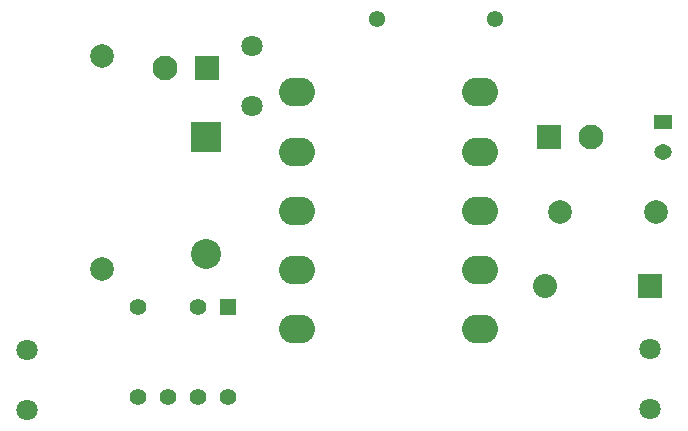
<source format=gbr>
%TF.GenerationSoftware,Altium Limited,Altium Designer,23.2.1 (34)*%
G04 Layer_Color=255*
%FSLAX45Y45*%
%MOMM*%
%TF.SameCoordinates,76BEBE9A-6656-4806-BAFE-41FAB228EB9C*%
%TF.FilePolarity,Positive*%
%TF.FileFunction,Pads,Top*%
%TF.Part,Single*%
G01*
G75*
%TA.AperFunction,ComponentPad*%
%ADD12C,2.00000*%
%ADD13C,1.38100*%
%ADD14O,3.04800X2.41300*%
%ADD15C,2.03200*%
%ADD16R,2.03200X2.03200*%
%ADD17C,1.80000*%
%ADD18C,1.41000*%
%ADD19R,1.41000X1.41000*%
%ADD20C,2.54000*%
%ADD21R,2.54000X2.54000*%
%ADD22C,2.10000*%
%ADD23R,2.10000X2.10000*%
%ADD24O,1.50000X1.30000*%
%ADD25R,1.50000X1.30000*%
D12*
X4889500Y2006600D02*
D03*
X5702300D02*
D03*
X1016000Y3325700D02*
D03*
Y1525700D02*
D03*
D13*
X3340100Y3644900D02*
D03*
X4340100D02*
D03*
D14*
X4217000Y3019300D02*
D03*
Y2519300D02*
D03*
Y2019300D02*
D03*
Y1519300D02*
D03*
Y1019300D02*
D03*
X2667000Y3019300D02*
D03*
Y2519300D02*
D03*
Y2019300D02*
D03*
Y1519300D02*
D03*
Y1019300D02*
D03*
D15*
X4762500Y1384300D02*
D03*
D16*
X5651500D02*
D03*
D17*
X2286000Y3416300D02*
D03*
Y2908300D02*
D03*
X5651500Y342900D02*
D03*
Y850900D02*
D03*
X381000Y330200D02*
D03*
Y838200D02*
D03*
D18*
X1320800Y1206500D02*
D03*
X1828800D02*
D03*
X1320800Y444500D02*
D03*
X1574800D02*
D03*
X1828800D02*
D03*
X2082800D02*
D03*
D19*
Y1206500D02*
D03*
D20*
X1892300Y1651000D02*
D03*
D21*
Y2641600D02*
D03*
D22*
X1552200Y3225800D02*
D03*
X5153400Y2641600D02*
D03*
D23*
X1902200Y3225800D02*
D03*
X4803400Y2641600D02*
D03*
D24*
X5765800Y2514600D02*
D03*
D25*
Y2768600D02*
D03*
%TF.MD5,3fdc88c1c155730b0dd30f011a6942ae*%
M02*

</source>
